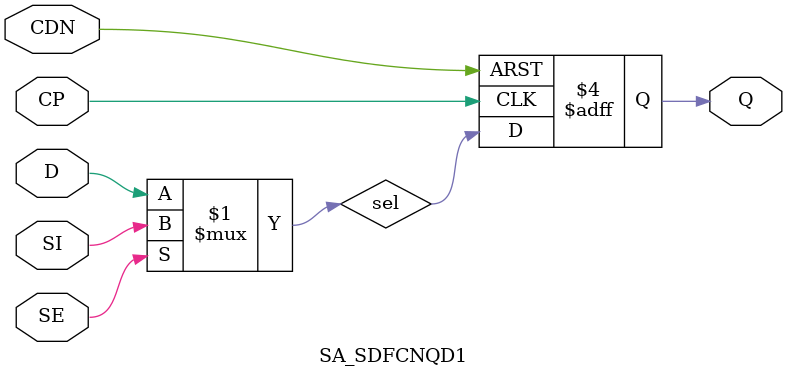
<source format=v>
module SA_SDFCNQD1 (
  SI
 ,D
 ,SE
 ,CP
 ,CDN
 ,Q
 );
input SI ;
input D ;
input SE ;
input CP ;
input CDN ;
output Q ;
reg Q;
assign sel = SE ? SI : D;
always @(posedge CP or negedge CDN)
begin
    if(~CDN)
        Q <= 1'b0;
    else
        Q <= sel;
end
endmodule

</source>
